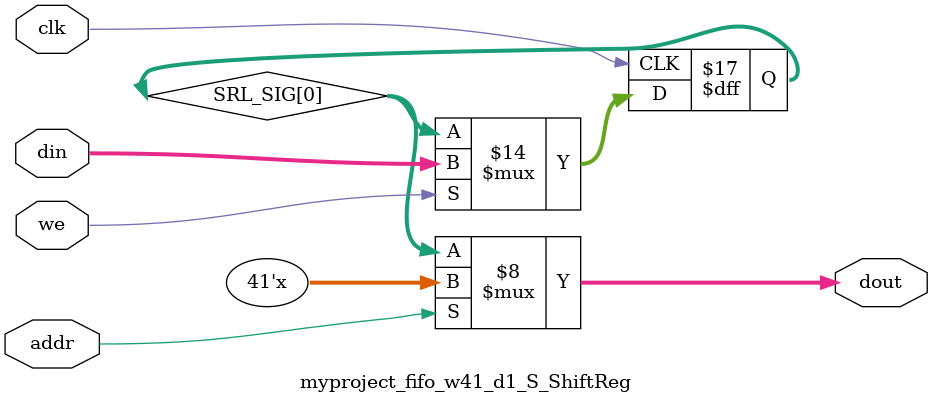
<source format=v>

`timescale 1ns/1ps

module myproject_fifo_w41_d1_S
#(parameter
    MEM_STYLE    = "shiftReg",
    DATA_WIDTH   = 41,
    ADDR_WIDTH   = 1,
    DEPTH        = 1)
(
    // system signal
    input  wire                  clk,
    input  wire                  reset,

    // write
    output wire                  if_full_n,
    input  wire                  if_write_ce,
    input  wire                  if_write,
    input  wire [DATA_WIDTH-1:0] if_din,
    
    // read 
    output wire [ADDR_WIDTH:0]   if_num_data_valid, // for FRP
    output wire [ADDR_WIDTH:0]   if_fifo_cap,       // for FRP

    output wire                  if_empty_n,
    input  wire                  if_read_ce,
    input  wire                  if_read,
    output wire [DATA_WIDTH-1:0] if_dout
);
//------------------------Parameter----------------------
localparam 
    SRL_DEPTH    = DEPTH,
    SRL_AWIDTH   = ADDR_WIDTH;
//------------------------Local signal-------------------
    reg  [SRL_AWIDTH-1:0] addr;
    wire                  push;
    wire                  pop;
    reg  [SRL_AWIDTH:0]   mOutPtr;
    reg                   empty_n = 1'b0;
    reg                   full_n = 1'b1; 

//------------------------Instantiation------------------
    myproject_fifo_w41_d1_S_ShiftReg 
    #(  .DATA_WIDTH (DATA_WIDTH),
        .ADDR_WIDTH (SRL_AWIDTH),
        .DEPTH      (SRL_DEPTH))
    U_myproject_fifo_w41_d1_S_ShiftReg (
        .clk        (clk),
        .we         (push),
        .addr       (addr),
        .din        (if_din),
        .dout       (if_dout)
    );
//------------------------Task and function--------------

//------------------------Body---------------------------
    // num_data_valid 
    assign if_num_data_valid = mOutPtr;
    assign if_fifo_cap       = DEPTH;

    // almost full/empty 

    // program full/empty 

    assign if_full_n  = full_n; 
    assign if_empty_n = empty_n;

    assign push       = full_n & if_write_ce & if_write;
    assign pop        = empty_n & if_read_ce & if_read;

    // addr
    always @(posedge clk) begin
        if (reset)
            addr <= {SRL_AWIDTH{1'b0}};
        else if (push & ~pop && empty_n)
            addr <= addr + 1'b1;
        else if (~push & pop && (mOutPtr != 1))
            addr <= addr - 1'b1;
    end

    // mOutPtr
    always @(posedge clk) begin
        if (reset)
            mOutPtr <= {SRL_AWIDTH+1{1'b0}};
        else if (push & ~pop)
            mOutPtr <= mOutPtr + 1'b1;
        else if (~push & pop)
            mOutPtr <= mOutPtr - 1'b1;
    end

    // full_n
    always @(posedge clk) begin
        if (reset)
            full_n <= 1'b1;
        else if ((push & ~pop) && (mOutPtr == DEPTH - 1))
            full_n <= 1'b0;
        else if (~push & pop)
            full_n <= 1'b1;
    end

    // empty_n
    always @(posedge clk) begin
        if (reset)
            empty_n <= 1'b0;
        else if (push & ~pop)
            empty_n <= 1'b1;
        else if ((~push & pop) && (mOutPtr == 1))
            empty_n <= 1'b0;
    end

    // almost_full_n 

    // almost_empty_n 

    // prog_full_n 
 
    // prog_empty_n 

endmodule  


module myproject_fifo_w41_d1_S_ShiftReg
#(parameter
    DATA_WIDTH  = 41,
    ADDR_WIDTH  = 1,
    DEPTH       = 1)
(
    input  wire                  clk,
    input  wire                  we,
    input  wire [ADDR_WIDTH-1:0] addr,
    input  wire [DATA_WIDTH-1:0] din,
    output wire [DATA_WIDTH-1:0] dout
);

    reg [DATA_WIDTH-1:0] SRL_SIG [0:DEPTH-1];
    integer i;

    always @(posedge clk) begin
        if (we) begin
            for (i=0; i<DEPTH-1; i=i+1)
                SRL_SIG[i+1] <= SRL_SIG[i];
            SRL_SIG[0] <= din;
        end
    end

    assign dout = SRL_SIG[addr];

endmodule
</source>
